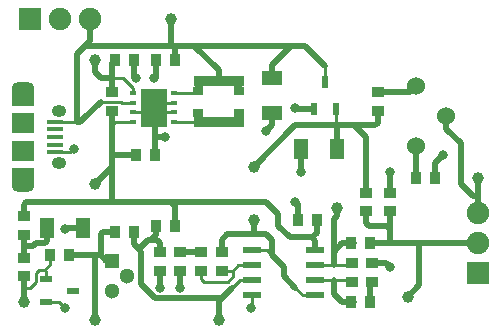
<source format=gbr>
G04 #@! TF.GenerationSoftware,KiCad,Pcbnew,(5.0.0-rc3-dev)*
G04 #@! TF.CreationDate,2019-03-09T22:11:36+00:00*
G04 #@! TF.ProjectId,zener-rng,7A656E65722D726E672E6B696361645F,1.0*
G04 #@! TF.SameCoordinates,Original*
G04 #@! TF.FileFunction,Copper,L1,Top,Signal*
G04 #@! TF.FilePolarity,Positive*
%FSLAX46Y46*%
G04 Gerber Fmt 4.6, Leading zero omitted, Abs format (unit mm)*
G04 Created by KiCad (PCBNEW (5.0.0-rc3-dev)) date 03/09/19 22:11:36*
%MOMM*%
%LPD*%
G01*
G04 APERTURE LIST*
G04 #@! TA.AperFunction,BGAPad,CuDef*
%ADD10C,1.000000*%
G04 #@! TD*
G04 #@! TA.AperFunction,SMDPad,CuDef*
%ADD11R,1.150000X1.800000*%
G04 #@! TD*
G04 #@! TA.AperFunction,SMDPad,CuDef*
%ADD12R,0.950000X1.000000*%
G04 #@! TD*
G04 #@! TA.AperFunction,SMDPad,CuDef*
%ADD13R,1.000000X0.950000*%
G04 #@! TD*
G04 #@! TA.AperFunction,SMDPad,CuDef*
%ADD14R,1.000000X0.600000*%
G04 #@! TD*
G04 #@! TA.AperFunction,SMDPad,CuDef*
%ADD15R,0.600000X1.000000*%
G04 #@! TD*
G04 #@! TA.AperFunction,SMDPad,CuDef*
%ADD16R,1.350000X0.400000*%
G04 #@! TD*
G04 #@! TA.AperFunction,ComponentPad*
%ADD17O,1.250000X1.000000*%
G04 #@! TD*
G04 #@! TA.AperFunction,SMDPad,CuDef*
%ADD18R,1.900000X1.800000*%
G04 #@! TD*
G04 #@! TA.AperFunction,SMDPad,CuDef*
%ADD19R,1.900000X1.575000*%
G04 #@! TD*
G04 #@! TA.AperFunction,ComponentPad*
%ADD20O,1.900000X1.000000*%
G04 #@! TD*
G04 #@! TA.AperFunction,ComponentPad*
%ADD21C,1.900000*%
G04 #@! TD*
G04 #@! TA.AperFunction,ComponentPad*
%ADD22R,1.900000X1.900000*%
G04 #@! TD*
G04 #@! TA.AperFunction,SMDPad,CuDef*
%ADD23R,4.300000X0.850000*%
G04 #@! TD*
G04 #@! TA.AperFunction,SMDPad,CuDef*
%ADD24R,0.850000X0.750000*%
G04 #@! TD*
G04 #@! TA.AperFunction,ComponentPad*
%ADD25C,1.300000*%
G04 #@! TD*
G04 #@! TA.AperFunction,ComponentPad*
%ADD26R,1.300000X1.300000*%
G04 #@! TD*
G04 #@! TA.AperFunction,SMDPad,CuDef*
%ADD27R,0.600000X0.380000*%
G04 #@! TD*
G04 #@! TA.AperFunction,Conductor*
%ADD28R,2.300000X3.240000*%
G04 #@! TD*
G04 #@! TA.AperFunction,SMDPad,CuDef*
%ADD29R,1.550000X0.600000*%
G04 #@! TD*
G04 #@! TA.AperFunction,SMDPad,CuDef*
%ADD30R,1.800000X1.150000*%
G04 #@! TD*
G04 #@! TA.AperFunction,ComponentPad*
%ADD31C,1.524000*%
G04 #@! TD*
G04 #@! TA.AperFunction,ViaPad*
%ADD32C,0.800000*%
G04 #@! TD*
G04 #@! TA.AperFunction,Conductor*
%ADD33C,0.500000*%
G04 #@! TD*
G04 #@! TA.AperFunction,Conductor*
%ADD34C,0.250000*%
G04 #@! TD*
G04 APERTURE END LIST*
D10*
G04 #@! TO.P,TP4,1*
G04 #@! TO.N,Net-(C2-Pad2)*
X98000000Y-143500000D03*
G04 #@! TD*
D11*
G04 #@! TO.P,C1,1*
G04 #@! TO.N,Net-(C1-Pad1)*
X83500000Y-135700000D03*
G04 #@! TO.P,C1,2*
G04 #@! TO.N,GND*
X86500000Y-135700000D03*
G04 #@! TD*
D12*
G04 #@! TO.P,C4,1*
G04 #@! TO.N,GND*
X92700000Y-121500000D03*
G04 #@! TO.P,C4,2*
G04 #@! TO.N,VCC*
X94300000Y-121500000D03*
G04 #@! TD*
D13*
G04 #@! TO.P,C5,1*
G04 #@! TO.N,Net-(C5-Pad1)*
X94750000Y-137700000D03*
G04 #@! TO.P,C5,2*
G04 #@! TO.N,GND*
X94750000Y-139300000D03*
G04 #@! TD*
D12*
G04 #@! TO.P,C8,2*
G04 #@! TO.N,12v*
X91000000Y-129500000D03*
G04 #@! TO.P,C8,1*
G04 #@! TO.N,GND*
X92600000Y-129500000D03*
G04 #@! TD*
G04 #@! TO.P,C9,1*
G04 #@! TO.N,12v*
X106300000Y-135000000D03*
G04 #@! TO.P,C9,2*
G04 #@! TO.N,GND*
X104700000Y-135000000D03*
G04 #@! TD*
G04 #@! TO.P,C10,2*
G04 #@! TO.N,Net-(C10-Pad2)*
X110800000Y-137000000D03*
G04 #@! TO.P,C10,1*
G04 #@! TO.N,Net-(C10-Pad1)*
X109200000Y-137000000D03*
G04 #@! TD*
D14*
G04 #@! TO.P,D1,3*
G04 #@! TO.N,N/C*
X85650000Y-141000000D03*
G04 #@! TO.P,D1,2*
G04 #@! TO.N,GND*
X83350000Y-141950000D03*
G04 #@! TO.P,D1,1*
G04 #@! TO.N,Net-(D1-Pad1)*
X83350000Y-140050000D03*
G04 #@! TD*
D15*
G04 #@! TO.P,IC1,1*
G04 #@! TO.N,GND*
X106050000Y-125650000D03*
G04 #@! TO.P,IC1,2*
G04 #@! TO.N,3v3*
X107950000Y-125650000D03*
G04 #@! TO.P,IC1,3*
G04 #@! TO.N,VCC*
X107000000Y-123350000D03*
G04 #@! TD*
D16*
G04 #@! TO.P,J1,3*
G04 #@! TO.N,Net-(J1-Pad3)*
X84125000Y-128000000D03*
G04 #@! TO.P,J1,4*
G04 #@! TO.N,Net-(J1-Pad4)*
X84125000Y-128650000D03*
G04 #@! TO.P,J1,2*
G04 #@! TO.N,Net-(J1-Pad2)*
X84125000Y-127350000D03*
G04 #@! TO.P,J1,1*
G04 #@! TO.N,VCC*
X84125000Y-126700000D03*
G04 #@! TO.P,J1,5*
G04 #@! TO.N,GND*
X84125000Y-129300000D03*
D17*
G04 #@! TO.P,J1,S*
G04 #@! TO.N,Net-(J1-PadS)*
X84450000Y-130225000D03*
G04 #@! TO.P,J1,*
G04 #@! TO.N,*
X84450000Y-125775000D03*
D18*
X81450000Y-129150000D03*
X81450000Y-126850000D03*
D19*
X81450000Y-131387500D03*
D20*
X81450000Y-132175000D03*
D19*
X81450000Y-124612500D03*
D20*
X81450000Y-123825000D03*
G04 #@! TD*
D21*
G04 #@! TO.P,J2,3*
G04 #@! TO.N,VCC*
X87140000Y-118000000D03*
G04 #@! TO.P,J2,2*
G04 #@! TO.N,GND*
X84600000Y-118000000D03*
D22*
G04 #@! TO.P,J2,1*
G04 #@! TO.N,Net-(J2-Pad1)*
X82060000Y-118000000D03*
G04 #@! TD*
D21*
G04 #@! TO.P,J3,3*
G04 #@! TO.N,Net-(J3-Pad3)*
X120000000Y-134460000D03*
G04 #@! TO.P,J3,2*
G04 #@! TO.N,Net-(C10-Pad2)*
X120000000Y-137000000D03*
D22*
G04 #@! TO.P,J3,1*
G04 #@! TO.N,GND*
X120000000Y-139540000D03*
G04 #@! TD*
D23*
G04 #@! TO.P,L1,1*
G04 #@! TO.N,VCC*
X98000000Y-123275000D03*
G04 #@! TO.P,L1,2*
G04 #@! TO.N,Net-(L1-Pad2)*
X98000000Y-126725000D03*
D24*
G04 #@! TO.P,L1,1*
G04 #@! TO.N,VCC*
X99725000Y-124075000D03*
X96275000Y-124075000D03*
G04 #@! TO.P,L1,2*
G04 #@! TO.N,Net-(L1-Pad2)*
X99725000Y-125925000D03*
X96275000Y-125925000D03*
G04 #@! TD*
D25*
G04 #@! TO.P,Q1,1*
G04 #@! TO.N,GND*
X90270000Y-139770000D03*
G04 #@! TO.P,Q1,3*
G04 #@! TO.N,Net-(Q1-Pad3)*
X89000000Y-141040000D03*
D26*
G04 #@! TO.P,Q1,2*
G04 #@! TO.N,Net-(C2-Pad1)*
X89000000Y-138500000D03*
G04 #@! TD*
D13*
G04 #@! TO.P,R1,2*
G04 #@! TO.N,Net-(C1-Pad1)*
X81500000Y-136300000D03*
G04 #@! TO.P,R1,1*
G04 #@! TO.N,12v*
X81500000Y-134700000D03*
G04 #@! TD*
G04 #@! TO.P,R2,1*
G04 #@! TO.N,Net-(C1-Pad1)*
X81500000Y-138200000D03*
G04 #@! TO.P,R2,2*
G04 #@! TO.N,Net-(D1-Pad1)*
X81500000Y-139800000D03*
G04 #@! TD*
D12*
G04 #@! TO.P,R3,2*
G04 #@! TO.N,Net-(D1-Pad1)*
X83700000Y-138000000D03*
G04 #@! TO.P,R3,1*
G04 #@! TO.N,Net-(C2-Pad1)*
X85300000Y-138000000D03*
G04 #@! TD*
G04 #@! TO.P,R4,2*
G04 #@! TO.N,Net-(C2-Pad2)*
X92700000Y-135500000D03*
G04 #@! TO.P,R4,1*
G04 #@! TO.N,12v*
X94300000Y-135500000D03*
G04 #@! TD*
D13*
G04 #@! TO.P,R5,2*
G04 #@! TO.N,GND*
X93000000Y-139300000D03*
G04 #@! TO.P,R5,1*
G04 #@! TO.N,Net-(C2-Pad2)*
X93000000Y-137700000D03*
G04 #@! TD*
G04 #@! TO.P,R6,1*
G04 #@! TO.N,Net-(R6-Pad1)*
X98250000Y-139300000D03*
G04 #@! TO.P,R6,2*
G04 #@! TO.N,Net-(R6-Pad2)*
X98250000Y-137700000D03*
G04 #@! TD*
G04 #@! TO.P,R7,2*
G04 #@! TO.N,Net-(C5-Pad1)*
X96500000Y-137700000D03*
G04 #@! TO.P,R7,1*
G04 #@! TO.N,Net-(R6-Pad1)*
X96500000Y-139300000D03*
G04 #@! TD*
G04 #@! TO.P,R8,1*
G04 #@! TO.N,12v*
X89000000Y-125800000D03*
G04 #@! TO.P,R8,2*
G04 #@! TO.N,Net-(R8-Pad2)*
X89000000Y-124200000D03*
G04 #@! TD*
D12*
G04 #@! TO.P,R9,2*
G04 #@! TO.N,GND*
X90800000Y-121500000D03*
G04 #@! TO.P,R9,1*
G04 #@! TO.N,Net-(R8-Pad2)*
X89200000Y-121500000D03*
G04 #@! TD*
G04 #@! TO.P,R10,1*
G04 #@! TO.N,Net-(R10-Pad1)*
X109200000Y-142000000D03*
G04 #@! TO.P,R10,2*
G04 #@! TO.N,Net-(C6-Pad1)*
X110800000Y-142000000D03*
G04 #@! TD*
D13*
G04 #@! TO.P,R11,2*
G04 #@! TO.N,Net-(R10-Pad1)*
X109250000Y-140300000D03*
G04 #@! TO.P,R11,1*
G04 #@! TO.N,Net-(C10-Pad1)*
X109250000Y-138700000D03*
G04 #@! TD*
G04 #@! TO.P,R13,2*
G04 #@! TO.N,GND*
X112500000Y-132700000D03*
G04 #@! TO.P,R13,1*
G04 #@! TO.N,Net-(C10-Pad2)*
X112500000Y-134300000D03*
G04 #@! TD*
G04 #@! TO.P,R14,1*
G04 #@! TO.N,Net-(R14-Pad1)*
X111500000Y-124200000D03*
G04 #@! TO.P,R14,2*
G04 #@! TO.N,3v3*
X111500000Y-125800000D03*
G04 #@! TD*
D12*
G04 #@! TO.P,R16,1*
G04 #@! TO.N,GND*
X116300000Y-131500000D03*
G04 #@! TO.P,R16,2*
G04 #@! TO.N,Net-(R15-Pad3)*
X114700000Y-131500000D03*
G04 #@! TD*
D10*
G04 #@! TO.P,TP1,1*
G04 #@! TO.N,Net-(D1-Pad1)*
X81500000Y-142000000D03*
G04 #@! TD*
G04 #@! TO.P,TP2,1*
G04 #@! TO.N,Net-(C2-Pad1)*
X87500000Y-143500000D03*
G04 #@! TD*
G04 #@! TO.P,TP3,1*
G04 #@! TO.N,VCC*
X94000000Y-118000000D03*
G04 #@! TD*
G04 #@! TO.P,TP5,1*
G04 #@! TO.N,12v*
X87500000Y-132000000D03*
G04 #@! TD*
G04 #@! TO.P,TP6,1*
G04 #@! TO.N,Net-(R8-Pad2)*
X87500000Y-121500000D03*
G04 #@! TD*
G04 #@! TO.P,TP7,1*
G04 #@! TO.N,3v3*
X101000000Y-130500000D03*
G04 #@! TD*
G04 #@! TO.P,TP8,1*
G04 #@! TO.N,Net-(R6-Pad2)*
X101000000Y-135000000D03*
G04 #@! TD*
G04 #@! TO.P,TP9,1*
G04 #@! TO.N,Net-(C10-Pad1)*
X108000000Y-134000000D03*
G04 #@! TD*
G04 #@! TO.P,TP10,1*
G04 #@! TO.N,Net-(C10-Pad2)*
X114000000Y-141500000D03*
G04 #@! TD*
G04 #@! TO.P,TP11,1*
G04 #@! TO.N,Net-(J3-Pad3)*
X120000000Y-131500000D03*
G04 #@! TD*
D27*
G04 #@! TO.P,U1,1*
G04 #@! TO.N,Net-(L1-Pad2)*
X94250000Y-126700000D03*
G04 #@! TO.P,U1,2*
G04 #@! TO.N,GND*
X94250000Y-125900000D03*
G04 #@! TO.P,U1,3*
X94250000Y-125100000D03*
G04 #@! TO.P,U1,4*
G04 #@! TO.N,VCC*
X94250000Y-124300000D03*
G04 #@! TO.P,U1,5*
G04 #@! TO.N,Net-(R8-Pad2)*
X90750000Y-124300000D03*
G04 #@! TO.P,U1,6*
G04 #@! TO.N,VCC*
X90750000Y-125100000D03*
G04 #@! TO.P,U1,7*
G04 #@! TO.N,GND*
X90750000Y-125900000D03*
G04 #@! TO.P,U1,8*
G04 #@! TO.N,12v*
X90750000Y-126700000D03*
D28*
G04 #@! TD*
G04 #@! TO.N,GND*
G04 #@! TO.C,U1*
X92500000Y-125500000D03*
D29*
G04 #@! TO.P,U2,1*
G04 #@! TO.N,Net-(R6-Pad2)*
X100800000Y-137595000D03*
G04 #@! TO.P,U2,2*
G04 #@! TO.N,Net-(R6-Pad1)*
X100800000Y-138865000D03*
G04 #@! TO.P,U2,3*
G04 #@! TO.N,Net-(C2-Pad2)*
X100800000Y-140135000D03*
G04 #@! TO.P,U2,4*
G04 #@! TO.N,GND*
X100800000Y-141405000D03*
G04 #@! TO.P,U2,5*
G04 #@! TO.N,Net-(R6-Pad2)*
X106200000Y-141405000D03*
G04 #@! TO.P,U2,6*
G04 #@! TO.N,Net-(R10-Pad1)*
X106200000Y-140135000D03*
G04 #@! TO.P,U2,7*
G04 #@! TO.N,Net-(C10-Pad1)*
X106200000Y-138865000D03*
G04 #@! TO.P,U2,8*
G04 #@! TO.N,12v*
X106200000Y-137595000D03*
G04 #@! TD*
D12*
G04 #@! TO.P,C2,2*
G04 #@! TO.N,Net-(C2-Pad2)*
X90800000Y-136000000D03*
G04 #@! TO.P,C2,1*
G04 #@! TO.N,Net-(C2-Pad1)*
X89200000Y-136000000D03*
G04 #@! TD*
D30*
G04 #@! TO.P,C3,1*
G04 #@! TO.N,VCC*
X102500000Y-123000000D03*
G04 #@! TO.P,C3,2*
G04 #@! TO.N,GND*
X102500000Y-126000000D03*
G04 #@! TD*
D13*
G04 #@! TO.P,C6,1*
G04 #@! TO.N,Net-(C6-Pad1)*
X111000000Y-140300000D03*
G04 #@! TO.P,C6,2*
G04 #@! TO.N,GND*
X111000000Y-138700000D03*
G04 #@! TD*
D11*
G04 #@! TO.P,C7,2*
G04 #@! TO.N,GND*
X105000000Y-129000000D03*
G04 #@! TO.P,C7,1*
G04 #@! TO.N,3v3*
X108000000Y-129000000D03*
G04 #@! TD*
D13*
G04 #@! TO.P,R12,1*
G04 #@! TO.N,3v3*
X110500000Y-132700000D03*
G04 #@! TO.P,R12,2*
G04 #@! TO.N,Net-(C10-Pad2)*
X110500000Y-134300000D03*
G04 #@! TD*
D31*
G04 #@! TO.P,R15,1*
G04 #@! TO.N,Net-(R14-Pad1)*
X114730000Y-123660000D03*
G04 #@! TO.P,R15,2*
G04 #@! TO.N,Net-(J3-Pad3)*
X117270000Y-126200000D03*
G04 #@! TO.P,R15,3*
G04 #@! TO.N,Net-(R15-Pad3)*
X114730000Y-128740000D03*
G04 #@! TD*
D32*
G04 #@! TO.N,GND*
X85750000Y-129000000D03*
X85000000Y-142500000D03*
X93000000Y-140750000D03*
X94750000Y-140750000D03*
X100750000Y-142500000D03*
X91000000Y-123000000D03*
X92500000Y-123000000D03*
X93500000Y-128000000D03*
X85000000Y-135750000D03*
X104500000Y-133500000D03*
X112500000Y-139000000D03*
X104500000Y-125500000D03*
X102000000Y-127500000D03*
X105000000Y-131000000D03*
X112500000Y-131000000D03*
X117000000Y-129500000D03*
G04 #@! TD*
D33*
G04 #@! TO.N,Net-(C1-Pad1)*
X81500000Y-137250000D02*
X81500000Y-138200000D01*
X81500000Y-136300000D02*
X81500000Y-137250000D01*
X82250000Y-137250000D02*
X82500000Y-137000000D01*
X81500000Y-137250000D02*
X82250000Y-137250000D01*
X82500000Y-137000000D02*
X83300000Y-137000000D01*
X83500000Y-136800000D02*
X83500000Y-135700000D01*
X83300000Y-137000000D02*
X83500000Y-136800000D01*
D34*
G04 #@! TO.N,GND*
X84125000Y-129300000D02*
X85450000Y-129300000D01*
X85450000Y-129300000D02*
X85750000Y-129000000D01*
X83350000Y-141950000D02*
X84450000Y-141950000D01*
X84450000Y-141950000D02*
X85000000Y-142500000D01*
D33*
X93000000Y-139300000D02*
X93000000Y-140750000D01*
X94750000Y-139300000D02*
X94750000Y-140750000D01*
D34*
X100800000Y-141405000D02*
X100800000Y-142450000D01*
D33*
X100800000Y-142450000D02*
X100750000Y-142500000D01*
X90800000Y-121500000D02*
X90800000Y-122800000D01*
X90800000Y-122800000D02*
X91000000Y-123000000D01*
X92700000Y-121500000D02*
X92700000Y-122800000D01*
X92700000Y-122800000D02*
X92500000Y-123000000D01*
X92600000Y-125600000D02*
X92500000Y-125500000D01*
X92600000Y-128000000D02*
X93500000Y-128000000D01*
X92600000Y-128000000D02*
X92600000Y-125600000D01*
X92600000Y-129500000D02*
X92600000Y-128000000D01*
X86500000Y-135700000D02*
X85050000Y-135700000D01*
X85050000Y-135700000D02*
X85000000Y-135750000D01*
D34*
X92900000Y-125100000D02*
X92500000Y-125500000D01*
X94250000Y-125100000D02*
X92900000Y-125100000D01*
X92900000Y-125900000D02*
X92500000Y-125500000D01*
X94250000Y-125900000D02*
X92900000Y-125900000D01*
X92100000Y-125900000D02*
X92500000Y-125500000D01*
X90750000Y-125900000D02*
X92100000Y-125900000D01*
D33*
X104700000Y-135000000D02*
X104700000Y-133700000D01*
X104700000Y-133700000D02*
X104500000Y-133500000D01*
X111000000Y-138700000D02*
X112200000Y-138700000D01*
X112200000Y-138700000D02*
X112500000Y-139000000D01*
X106050000Y-125650000D02*
X104650000Y-125650000D01*
X104650000Y-125650000D02*
X104500000Y-125500000D01*
X102500000Y-126000000D02*
X102500000Y-127000000D01*
X102500000Y-127000000D02*
X102000000Y-127500000D01*
X105000000Y-129000000D02*
X105000000Y-131000000D01*
X112500000Y-132700000D02*
X112500000Y-131000000D01*
X116300000Y-131500000D02*
X116300000Y-130200000D01*
X116300000Y-130200000D02*
X117000000Y-129500000D01*
G04 #@! TO.N,VCC*
X99725000Y-123275000D02*
X99750000Y-123250000D01*
X99725000Y-124075000D02*
X99725000Y-123275000D01*
X96275000Y-123275000D02*
X96250000Y-123250000D01*
X96275000Y-124075000D02*
X96275000Y-123275000D01*
D34*
X89825001Y-125100000D02*
X89725001Y-125000000D01*
X90750000Y-125100000D02*
X89825001Y-125100000D01*
X89725001Y-125000000D02*
X88000000Y-125000000D01*
D33*
X94300000Y-120500000D02*
X94300000Y-121500000D01*
X94100000Y-120300000D02*
X94300000Y-120500000D01*
X95950000Y-120300000D02*
X94100000Y-120300000D01*
X98000000Y-122350000D02*
X95950000Y-120300000D01*
X98000000Y-123275000D02*
X98000000Y-122350000D01*
X96275000Y-123725000D02*
X96500000Y-123500000D01*
X96275000Y-124075000D02*
X96275000Y-123725000D01*
X99725000Y-123725000D02*
X99500000Y-123500000D01*
X99725000Y-124075000D02*
X99725000Y-123725000D01*
X95950000Y-120300000D02*
X99800000Y-120300000D01*
D34*
X95800000Y-120150000D02*
X95950000Y-120300000D01*
X96050000Y-124300000D02*
X96275000Y-124075000D01*
X94250000Y-124300000D02*
X96050000Y-124300000D01*
D33*
X88000000Y-125000000D02*
X86500000Y-126500000D01*
X86000000Y-121000000D02*
X86000000Y-126700000D01*
X86700000Y-120300000D02*
X86000000Y-121000000D01*
D34*
X84125000Y-126700000D02*
X86000000Y-126700000D01*
D33*
X86300000Y-126700000D02*
X86500000Y-126500000D01*
X86000000Y-126700000D02*
X86300000Y-126700000D01*
X87140000Y-119860000D02*
X86700000Y-120300000D01*
X87140000Y-118000000D02*
X87140000Y-119860000D01*
X99800000Y-120300000D02*
X105300000Y-120300000D01*
X105300000Y-120300000D02*
X107000000Y-122000000D01*
X104125000Y-120300000D02*
X105300000Y-120300000D01*
X102500000Y-121925000D02*
X104125000Y-120300000D01*
X102500000Y-123000000D02*
X102500000Y-121925000D01*
D34*
X107000000Y-122000000D02*
X107000000Y-123350000D01*
D33*
X94100000Y-120300000D02*
X90500000Y-120300000D01*
X90500000Y-120300000D02*
X90000000Y-120300000D01*
X90000000Y-120300000D02*
X86700000Y-120300000D01*
X94000000Y-120200000D02*
X94100000Y-120300000D01*
X94000000Y-118000000D02*
X94000000Y-120200000D01*
G04 #@! TO.N,Net-(C5-Pad1)*
X94750000Y-137700000D02*
X96500000Y-137700000D01*
G04 #@! TO.N,3v3*
X110500000Y-128000000D02*
X110500000Y-130000000D01*
X109500000Y-127000000D02*
X110500000Y-128000000D01*
X101000000Y-130500000D02*
X104500000Y-127000000D01*
X108000000Y-129000000D02*
X108000000Y-127000000D01*
X104500000Y-127000000D02*
X108000000Y-127000000D01*
X108000000Y-127000000D02*
X109500000Y-127000000D01*
D34*
X107950000Y-126950000D02*
X108000000Y-127000000D01*
X107950000Y-125650000D02*
X107950000Y-126950000D01*
D33*
X110500000Y-130000000D02*
X110500000Y-132700000D01*
X111500000Y-126775000D02*
X111500000Y-125800000D01*
X111275000Y-127000000D02*
X111500000Y-126775000D01*
X109500000Y-127000000D02*
X111275000Y-127000000D01*
G04 #@! TO.N,12v*
X81500000Y-133725000D02*
X81725000Y-133500000D01*
X81500000Y-134700000D02*
X81500000Y-133725000D01*
X106200000Y-136795000D02*
X105905000Y-136500000D01*
X106200000Y-137595000D02*
X106200000Y-136795000D01*
X106300000Y-136105000D02*
X105905000Y-136500000D01*
X106300000Y-135000000D02*
X106300000Y-136105000D01*
X105905000Y-136500000D02*
X104000000Y-136500000D01*
X104000000Y-136500000D02*
X103000000Y-135500000D01*
X103000000Y-134500000D02*
X102000000Y-133500000D01*
X103000000Y-135500000D02*
X103000000Y-134500000D01*
X102000000Y-133500000D02*
X96500000Y-133500000D01*
X81725000Y-133500000D02*
X85000000Y-133500000D01*
X85000000Y-133500000D02*
X85200000Y-133500000D01*
X91000000Y-129500000D02*
X89000000Y-129500000D01*
D34*
X89300000Y-126700000D02*
X89000000Y-127000000D01*
X90750000Y-126700000D02*
X89300000Y-126700000D01*
D33*
X89000000Y-125800000D02*
X89000000Y-127000000D01*
X89000000Y-127000000D02*
X89000000Y-129500000D01*
X87500000Y-132000000D02*
X89000000Y-130500000D01*
X89000000Y-129500000D02*
X89000000Y-130500000D01*
X94300000Y-133800000D02*
X94000000Y-133500000D01*
X94300000Y-135500000D02*
X94300000Y-133800000D01*
X96500000Y-133500000D02*
X94000000Y-133500000D01*
X94000000Y-133500000D02*
X91500000Y-133500000D01*
X89000000Y-130500000D02*
X89000000Y-133500000D01*
X91500000Y-133500000D02*
X89000000Y-133500000D01*
X89000000Y-133500000D02*
X85000000Y-133500000D01*
D34*
G04 #@! TO.N,Net-(C2-Pad2)*
X99775000Y-140135000D02*
X99160000Y-140750000D01*
D33*
X90800000Y-137050000D02*
X91250000Y-137500000D01*
X91250000Y-137500000D02*
X91450000Y-137700000D01*
X92700000Y-136300000D02*
X92250000Y-136750000D01*
X92000000Y-136750000D02*
X91250000Y-137500000D01*
X92250000Y-136750000D02*
X92000000Y-136750000D01*
X98910000Y-141000000D02*
X99160000Y-140750000D01*
X98309999Y-141600001D02*
X98910000Y-141000000D01*
X91450000Y-137700000D02*
X91450000Y-140458002D01*
X91450000Y-140458002D02*
X92591999Y-141600001D01*
X92591999Y-141600001D02*
X96250000Y-141600001D01*
X96250000Y-141600001D02*
X98309999Y-141600001D01*
G04 #@! TO.N,Net-(C10-Pad2)*
X112025000Y-137000000D02*
X112500000Y-137000000D01*
X111050000Y-137000000D02*
X112025000Y-137000000D01*
X112500000Y-137000000D02*
X112500000Y-136250000D01*
X112500000Y-136250000D02*
X112500000Y-135750000D01*
X120000000Y-137000000D02*
X115000000Y-137000000D01*
X115000000Y-137000000D02*
X112500000Y-137000000D01*
X115000000Y-140500000D02*
X114000000Y-141500000D01*
X115000000Y-137000000D02*
X115000000Y-140500000D01*
X110500000Y-135275000D02*
X110725000Y-135500000D01*
X110500000Y-134300000D02*
X110500000Y-135275000D01*
X112250000Y-135500000D02*
X112500000Y-135750000D01*
X110725000Y-135500000D02*
X112250000Y-135500000D01*
X112500000Y-134300000D02*
X112500000Y-135750000D01*
D34*
G04 #@! TO.N,Net-(C10-Pad1)*
X109085000Y-138865000D02*
X109250000Y-138700000D01*
D33*
X107750000Y-137725000D02*
X107750000Y-138865000D01*
X108475000Y-137000000D02*
X107750000Y-137725000D01*
X109450000Y-137000000D02*
X108475000Y-137000000D01*
D34*
X106200000Y-138865000D02*
X107750000Y-138865000D01*
X107750000Y-138865000D02*
X109085000Y-138865000D01*
D33*
X107750000Y-134957106D02*
X107750000Y-137725000D01*
X108000000Y-134707106D02*
X107750000Y-134957106D01*
X108000000Y-134000000D02*
X108000000Y-134707106D01*
D34*
G04 #@! TO.N,Net-(D1-Pad1)*
X81500000Y-140750000D02*
X82000000Y-140750000D01*
D33*
X81500000Y-140750000D02*
X81500000Y-142000000D01*
X81500000Y-139800000D02*
X81500000Y-140750000D01*
D34*
X82000000Y-140750000D02*
X82500000Y-140250000D01*
X82500000Y-140250000D02*
X82500000Y-139500000D01*
X82500000Y-139500000D02*
X82750000Y-139250000D01*
X82750000Y-139250000D02*
X83250000Y-139250000D01*
X83700000Y-138800000D02*
X83700000Y-138000000D01*
X83250000Y-139250000D02*
X83700000Y-138800000D01*
X83350000Y-139350000D02*
X83350000Y-140050000D01*
X83250000Y-139250000D02*
X83350000Y-139350000D01*
D33*
G04 #@! TO.N,Net-(J3-Pad3)*
X117270000Y-127277630D02*
X118500000Y-128507630D01*
X117270000Y-126200000D02*
X117270000Y-127277630D01*
X118500000Y-128507630D02*
X118500000Y-132000000D01*
X119500000Y-133000000D02*
X120000000Y-133000000D01*
X118500000Y-132000000D02*
X119500000Y-133000000D01*
X120000000Y-134460000D02*
X120000000Y-133000000D01*
X120000000Y-133000000D02*
X120000000Y-131500000D01*
G04 #@! TO.N,Net-(L1-Pad2)*
X99725000Y-126525000D02*
X99500000Y-126750000D01*
X99725000Y-125925000D02*
X99725000Y-126525000D01*
D34*
X97975000Y-126700000D02*
X98000000Y-126725000D01*
X94250000Y-126700000D02*
X97975000Y-126700000D01*
X96275000Y-126275000D02*
X96500000Y-126500000D01*
X96275000Y-125925000D02*
X96275000Y-126275000D01*
G04 #@! TO.N,Net-(R6-Pad1)*
X99635000Y-138865000D02*
X99200000Y-139300000D01*
X96725000Y-140250000D02*
X98750000Y-140250000D01*
X99200000Y-139800000D02*
X99200000Y-139300000D01*
X98750000Y-140250000D02*
X99200000Y-139800000D01*
D33*
G04 #@! TO.N,Net-(R6-Pad2)*
X98250000Y-136725000D02*
X98725000Y-136250000D01*
X98250000Y-137700000D02*
X98250000Y-136725000D01*
X102500000Y-136750000D02*
X102500000Y-138000000D01*
X102000000Y-136250000D02*
X102500000Y-136750000D01*
D34*
X102095000Y-137595000D02*
X102500000Y-138000000D01*
D33*
X98725000Y-136250000D02*
X101000000Y-136250000D01*
X101000000Y-136250000D02*
X102000000Y-136250000D01*
X102500000Y-138000000D02*
X103500000Y-139000000D01*
X103500000Y-139000000D02*
X103500000Y-139750000D01*
X103500000Y-139750000D02*
X104500000Y-140750000D01*
D34*
X104500000Y-140750000D02*
X105155000Y-141405000D01*
X106200000Y-141405000D02*
X105155000Y-141405000D01*
X100800000Y-137595000D02*
X102095000Y-137595000D01*
D33*
X101000000Y-135000000D02*
X101000000Y-136250000D01*
G04 #@! TO.N,Net-(R8-Pad2)*
X89000000Y-121700000D02*
X89200000Y-121500000D01*
X87500000Y-121500000D02*
X87500000Y-122500000D01*
X87500000Y-122500000D02*
X88000000Y-123000000D01*
X88000000Y-123000000D02*
X89000000Y-123000000D01*
X89000000Y-124200000D02*
X89000000Y-123000000D01*
X89000000Y-123000000D02*
X89000000Y-121700000D01*
D34*
X90500000Y-123610000D02*
X90500000Y-123573002D01*
X90750000Y-124300000D02*
X90750000Y-123860000D01*
X90750000Y-123860000D02*
X90500000Y-123610000D01*
X89926998Y-123000000D02*
X89000000Y-123000000D01*
X90500000Y-123573002D02*
X89926998Y-123000000D01*
G04 #@! TO.N,Net-(R10-Pad1)*
X109085000Y-140135000D02*
X109250000Y-140300000D01*
D33*
X107750000Y-141275000D02*
X107750000Y-140135000D01*
X108475000Y-142000000D02*
X107750000Y-141275000D01*
X109450000Y-142000000D02*
X108475000Y-142000000D01*
D34*
X106200000Y-140135000D02*
X107750000Y-140135000D01*
X107750000Y-140135000D02*
X109085000Y-140135000D01*
G04 #@! TO.N,Net-(C2-Pad2)*
X100800000Y-140135000D02*
X99775000Y-140135000D01*
D33*
X98000000Y-141910000D02*
X98309999Y-141600001D01*
X98000000Y-143500000D02*
X98000000Y-141910000D01*
X90800000Y-137050000D02*
X90800000Y-136300000D01*
X90800000Y-136300000D02*
X90800000Y-136000000D01*
X92700000Y-136300000D02*
X92700000Y-135500000D01*
X92250000Y-136750000D02*
X92750000Y-136750000D01*
X93000000Y-137000000D02*
X93000000Y-137700000D01*
X92750000Y-136750000D02*
X93000000Y-137000000D01*
G04 #@! TO.N,Net-(C2-Pad1)*
X88500000Y-138500000D02*
X88000000Y-138000000D01*
X89000000Y-138500000D02*
X88500000Y-138500000D01*
X88000000Y-136225000D02*
X88000000Y-138000000D01*
X88225000Y-136000000D02*
X88000000Y-136225000D01*
X89200000Y-136000000D02*
X88225000Y-136000000D01*
X87500000Y-143500000D02*
X87500000Y-138000000D01*
X85300000Y-138000000D02*
X87500000Y-138000000D01*
X87500000Y-138000000D02*
X88000000Y-138000000D01*
G04 #@! TO.N,Net-(C6-Pad1)*
X110800000Y-140500000D02*
X111000000Y-140300000D01*
X110800000Y-142000000D02*
X110800000Y-140500000D01*
D34*
G04 #@! TO.N,Net-(R6-Pad1)*
X96500000Y-139300000D02*
X96500000Y-139838590D01*
X96500000Y-140025000D02*
X96500000Y-139838590D01*
X96725000Y-140250000D02*
X96500000Y-140025000D01*
X98250000Y-139300000D02*
X99200000Y-139300000D01*
X100800000Y-138865000D02*
X99635000Y-138865000D01*
D33*
G04 #@! TO.N,Net-(R14-Pad1)*
X114190000Y-124200000D02*
X114730000Y-123660000D01*
X111500000Y-124200000D02*
X114190000Y-124200000D01*
G04 #@! TO.N,Net-(R15-Pad3)*
X114700000Y-128770000D02*
X114730000Y-128740000D01*
X114700000Y-131500000D02*
X114700000Y-128770000D01*
G04 #@! TD*
M02*

</source>
